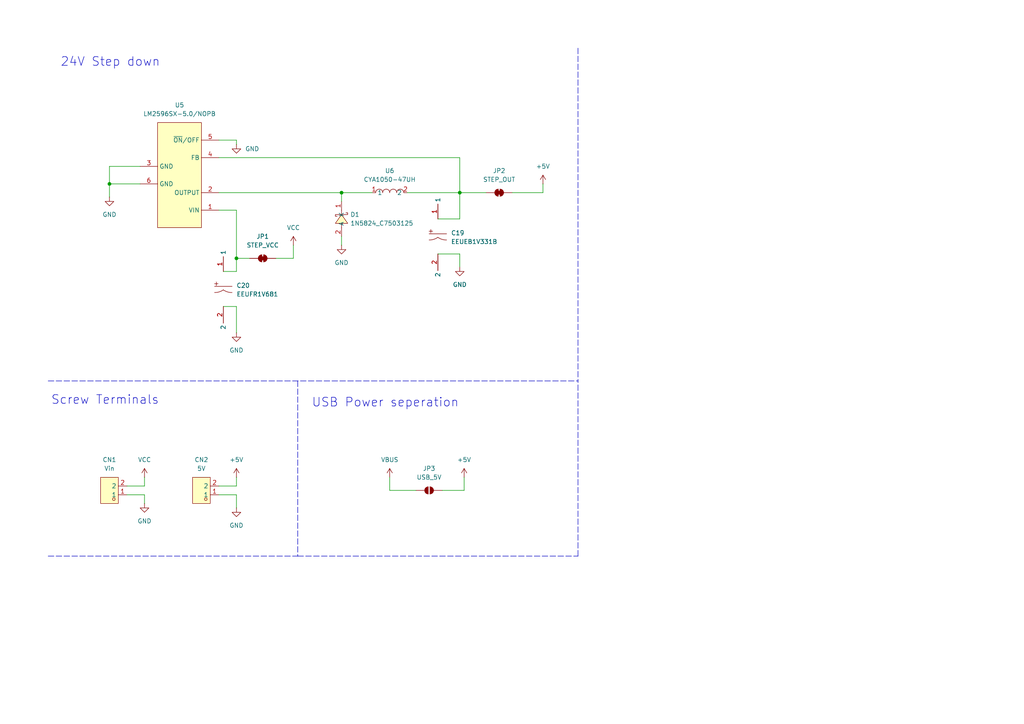
<source format=kicad_sch>
(kicad_sch (version 20250114) (generator "eeschema") (generator_version "9.0")
  (paper "A4")
  (lib_symbols
    (symbol "Jumper:SolderJumper_2_Bridged" (pin_numbers (hide yes)) (pin_names (offset 0) (hide yes)) (in_bom no)
      (property "Reference" "JP" (at 0 2.032 0))
      (property "Value" "SolderJumper_2_Bridged" (at 0 -2.54 0))
      (symbol "SolderJumper_2_Bridged_0_1"
        (rectangle (start -0.508 0.508) (end 0.508 -0.508) (fill (type outline)))
        (polyline (pts (xy -0.254 1.016) (xy -0.254 -1.016)))
        (arc (start -0.254 -1.016) (mid -1.2656 0) (end -0.254 1.016))
        (arc (start -0.254 -1.016) (mid -1.2656 0) (end -0.254 1.016) (fill (type outline)))
        (arc (start 0.254 1.016) (mid 1.2656 0) (end 0.254 -1.016))
        (arc (start 0.254 1.016) (mid 1.2656 0) (end 0.254 -1.016) (fill (type outline)))
        (polyline (pts (xy 0.254 1.016) (xy 0.254 -1.016)))
      )
      (symbol "SolderJumper_2_Bridged_1_1"
        (pin passive line (at -3.81 0 0) (length 2.54) (name "A") (number "1"))
        (pin passive line (at 3.81 0 180) (length 2.54) (name "B") (number "2"))
      )
    )
    (symbol "Jumper:SolderJumper_2_Open" (pin_numbers (hide yes)) (pin_names (offset 0) (hide yes)) (in_bom no)
      (property "Reference" "JP" (at 0 2.032 0))
      (property "Value" "SolderJumper_2_Open" (at 0 -2.54 0))
      (symbol "SolderJumper_2_Open_0_1"
        (polyline (pts (xy -0.254 1.016) (xy -0.254 -1.016)))
        (arc (start -0.254 -1.016) (mid -1.2656 0) (end -0.254 1.016))
        (arc (start -0.254 -1.016) (mid -1.2656 0) (end -0.254 1.016) (fill (type outline)))
        (arc (start 0.254 1.016) (mid 1.2656 0) (end 0.254 -1.016))
        (arc (start 0.254 1.016) (mid 1.2656 0) (end 0.254 -1.016) (fill (type outline)))
        (polyline (pts (xy 0.254 1.016) (xy 0.254 -1.016)))
      )
      (symbol "SolderJumper_2_Open_1_1"
        (pin passive line (at -3.81 0 0) (length 2.54) (name "A") (number "1"))
        (pin passive line (at 3.81 0 180) (length 2.54) (name "B") (number "2"))
      )
    )
    (symbol "easyeda2kicad:1N5824_C7503125"
      (property "Reference" "D" (at 0 5.08 0))
      (property "Value" "1N5824_C7503125" (at 0 -5.08 0))
      (symbol "1N5824_C7503125_0_1"
        (polyline (pts (xy -1.78 1.27) (xy -1.78 1.78) (xy -1.27 1.78) (xy -1.27 -1.78) (xy -0.76 -1.78) (xy -0.76 -1.27)))
        (polyline (pts (xy -1.27 0) (xy -2.54 0)))
        (polyline (pts (xy 1.27 1.78) (xy -1.27 0) (xy 1.27 -1.78) (xy 1.27 1.78)) (fill (type background)))
        (polyline (pts (xy 2.54 0) (xy 1.27 0)))
        (pin unspecified line (at -5.08 0 0) (length 2.54) (name "K") (number "1"))
        (pin unspecified line (at 5.08 0 180) (length 2.54) (name "A") (number "2"))
      )
    )
    (symbol "easyeda2kicad:CYA1050-47UH"
      (property "Reference" "U" (at 0 5.08 0))
      (property "Value" "CYA1050-47UH" (at 0 -5.08 0))
      (symbol "CYA1050-47UH_0_1"
        (arc (start -4.06 -0.01) (mid -2.83 0.99) (end -2.03 0.01))
        (arc (start -2.03 -0.01) (mid -0.8 0.99) (end 0 0.01))
        (arc (start 0 -0.01) (mid 1.23 0.99) (end 2.03 0.01))
        (arc (start 2.03 -0.01) (mid 3.26 0.99) (end 4.06 0.01))
        (pin unspecified line (at -5.08 0 0) (length 1.016) (name "1") (number "1"))
        (pin unspecified line (at 5.08 0 180) (length 1.016) (name "2") (number "2"))
      )
    )
    (symbol "easyeda2kicad:DB128V-5.08-2P-GN-S"
      (property "Reference" "CN" (at 0 6.35 0))
      (property "Value" "DB128V-5.08-2P-GN-S" (at 0 -6.35 0))
      (symbol "DB128V-5.08-2P-GN-S_0_1"
        (rectangle (start -2.54 3.81) (end 2.54 -3.81) (fill (type background)))
        (circle (center -1.27 2.54) (radius 0.38))
        (pin unspecified line (at -5.08 1.27 0) (length 2.54) (name "1") (number "1"))
        (pin unspecified line (at -5.08 -1.27 0) (length 2.54) (name "2") (number "2"))
      )
    )
    (symbol "easyeda2kicad:EEUEB1V331B"
      (property "Reference" "C" (at 0 10.16 0))
      (property "Value" "EEUEB1V331B" (at 0 -10.16 0))
      (symbol "EEUEB1V331B_0_1"
        (rectangle (start -2.54 1.52) (end -1.52 1.52) (fill (type background)))
        (polyline (pts (xy -2.54 0.76) (xy 2.54 0.76)))
        (arc (start 0 -0.25) (mid -1.2064 -0.8447) (end -2.54 -1.02))
        (rectangle (start -2.03 2.03) (end -2.03 1.02) (fill (type background)))
        (arc (start 2.54 -1.02) (mid 1.206 -0.8462) (end 0 -0.25))
        (pin unspecified line (at 0 5.08 90) (length 4.318) (name "1") (number "1"))
        (pin unspecified line (at 0 -5.08 270) (length 4.826) (name "2") (number "2"))
      )
    )
    (symbol "easyeda2kicad:EEUFR1V681"
      (property "Reference" "C" (at 0 10.16 0))
      (property "Value" "EEUFR1V681" (at 0 -10.16 0))
      (symbol "EEUFR1V681_0_1"
        (rectangle (start -2.54 1.52) (end -1.52 1.52) (fill (type background)))
        (polyline (pts (xy -2.54 0.76) (xy 2.54 0.76)))
        (arc (start 0 -0.25) (mid -1.2064 -0.8447) (end -2.54 -1.02))
        (rectangle (start -2.03 2.03) (end -2.03 1.02) (fill (type background)))
        (arc (start 2.54 -1.02) (mid 1.206 -0.8462) (end 0 -0.25))
        (pin unspecified line (at 0 5.08 90) (length 4.318) (name "1") (number "1"))
        (pin unspecified line (at 0 -5.08 270) (length 4.826) (name "2") (number "2"))
      )
    )
    (symbol "easyeda2kicad:LM2596SX-5.0_NOPB"
      (property "Reference" "U" (at 0 15.24 0))
      (property "Value" "LM2596SX-5.0/NOPB" (at 0 -15.24 0))
      (symbol "LM2596SX-5.0_NOPB_0_1"
        (rectangle (start -6.35 15.24) (end 6.35 -15.24) (fill (type background)))
        (pin unspecified line (at -11.43 2.54 0) (length 5.08) (name "GND") (number "3"))
        (pin unspecified line (at -11.43 -2.54 0) (length 5.08) (name "GND") (number "6"))
        (pin unspecified line (at 11.43 10.16 180) (length 5.08) (name "~{ON}/OFF") (number "5"))
        (pin unspecified line (at 11.43 5.08 180) (length 5.08) (name "FB") (number "4"))
        (pin unspecified line (at 11.43 -5.08 180) (length 5.08) (name "OUTPUT") (number "2"))
        (pin unspecified line (at 11.43 -10.16 180) (length 5.08) (name "VIN") (number "1"))
      )
    )
    (symbol "power:+5V" (power) (pin_numbers (hide yes)) (pin_names (offset 0) (hide yes))
      (property "Value" "+5V" (at 0 3.556 0))
      (symbol "+5V_0_1"
        (polyline (pts (xy -0.762 1.27) (xy 0 2.54)))
        (polyline (pts (xy 0 2.54) (xy 0.762 1.27)))
        (polyline (pts (xy 0 0) (xy 0 2.54)))
      )
      (symbol "+5V_1_1"
        (pin power_in line (at 0 0 90) (length 0) (name "~") (number "1"))
      )
    )
    (symbol "power:GND" (power) (pin_numbers (hide yes)) (pin_names (offset 0) (hide yes))
      (property "Value" "GND" (at 0 -3.81 0))
      (symbol "GND_0_1"
        (polyline (pts (xy 0 0) (xy 0 -1.27) (xy 1.27 -1.27) (xy 0 -2.54) (xy -1.27 -1.27) (xy 0 -1.27)))
      )
      (symbol "GND_1_1"
        (pin power_in line (at 0 0 270) (length 0) (name "~") (number "1"))
      )
    )
    (symbol "power:VBUS" (power) (pin_numbers (hide yes)) (pin_names (offset 0) (hide yes))
      (property "Value" "VBUS" (at 0 3.556 0))
      (symbol "VBUS_0_1"
        (polyline (pts (xy -0.762 1.27) (xy 0 2.54)))
        (polyline (pts (xy 0 2.54) (xy 0.762 1.27)))
        (polyline (pts (xy 0 0) (xy 0 2.54)))
      )
      (symbol "VBUS_1_1"
        (pin power_in line (at 0 0 90) (length 0) (name "~") (number "1"))
      )
    )
    (symbol "power:VCC" (power) (pin_numbers (hide yes)) (pin_names (offset 0) (hide yes))
      (property "Value" "VCC" (at 0 3.556 0))
      (symbol "VCC_0_1"
        (polyline (pts (xy -0.762 1.27) (xy 0 2.54)))
        (polyline (pts (xy 0 2.54) (xy 0.762 1.27)))
        (polyline (pts (xy 0 0) (xy 0 2.54)))
      )
      (symbol "VCC_1_1"
        (pin power_in line (at 0 0 90) (length 0) (name "~") (number "1"))
      )
    )
  )
  (text "24V Step down" (at 32.004 18.034 0) (effects (font (size 2.54 2.54))))
  (text "Screw Terminals" (at 30.48 116.078 0) (effects (font (size 2.54 2.54))))
  (text "USB Power seperation" (at 111.76 116.84 0) (effects (font (size 2.54 2.54))))
  (junction (at 31.75 53.34))
  (junction (at 68.58 74.93))
  (junction (at 99.06 55.88))
  (junction (at 133.35 55.88))
  (wire (pts (xy 64.77 88.9) (xy 68.58 88.9)))
  (wire (pts (xy 63.5 55.88) (xy 99.06 55.88)))
  (wire (pts (xy 68.58 143.51) (xy 68.58 147.32)))
  (wire (pts (xy 41.91 138.43) (xy 41.91 140.97)))
  (wire (pts (xy 134.62 142.24) (xy 128.27 142.24)))
  (polyline (pts (xy 167.64 13.97) (xy 167.64 110.49)) (stroke (width 0) (type dash)))
  (wire (pts (xy 113.03 142.24) (xy 113.03 138.43)))
  (wire (pts (xy 118.11 55.88) (xy 133.35 55.88)))
  (polyline (pts (xy 13.97 110.49) (xy 167.64 110.49)) (stroke (width 0) (type dash)))
  (wire (pts (xy 133.35 73.66) (xy 127 73.66)))
  (polyline (pts (xy 86.36 110.49) (xy 86.36 161.29)) (stroke (width 0) (type dash)))
  (wire (pts (xy 85.09 74.93) (xy 80.01 74.93)))
  (wire (pts (xy 134.62 138.43) (xy 134.62 142.24)))
  (wire (pts (xy 68.58 88.9) (xy 68.58 96.52)))
  (wire (pts (xy 63.5 40.64) (xy 68.58 40.64)))
  (wire (pts (xy 157.48 55.88) (xy 148.59 55.88)))
  (wire (pts (xy 85.09 71.12) (xy 85.09 74.93)))
  (wire (pts (xy 63.5 60.96) (xy 68.58 60.96)))
  (wire (pts (xy 127 63.5) (xy 133.35 63.5)))
  (wire (pts (xy 63.5 45.72) (xy 133.35 45.72)))
  (wire (pts (xy 133.35 55.88) (xy 140.97 55.88)))
  (wire (pts (xy 31.75 48.26) (xy 31.75 53.34)))
  (wire (pts (xy 120.65 142.24) (xy 113.03 142.24)))
  (wire (pts (xy 31.75 53.34) (xy 31.75 57.15)))
  (polyline (pts (xy 167.64 161.29) (xy 167.64 110.49)) (stroke (width 0) (type dash)))
  (wire (pts (xy 63.5 143.51) (xy 68.58 143.51)))
  (wire (pts (xy 40.64 48.26) (xy 31.75 48.26)))
  (wire (pts (xy 133.35 63.5) (xy 133.35 55.88)))
  (wire (pts (xy 68.58 78.74) (xy 64.77 78.74)))
  (wire (pts (xy 41.91 143.51) (xy 41.91 146.05)))
  (wire (pts (xy 41.91 140.97) (xy 36.83 140.97)))
  (polyline (pts (xy 13.97 161.29) (xy 86.36 161.29)) (stroke (width 0) (type dash)))
  (wire (pts (xy 36.83 143.51) (xy 41.91 143.51)))
  (wire (pts (xy 68.58 60.96) (xy 68.58 74.93)))
  (wire (pts (xy 68.58 74.93) (xy 68.58 78.74)))
  (wire (pts (xy 99.06 71.12) (xy 99.06 68.58)))
  (wire (pts (xy 63.5 140.97) (xy 68.58 140.97)))
  (wire (pts (xy 68.58 138.43) (xy 68.58 140.97)))
  (wire (pts (xy 157.48 53.34) (xy 157.48 55.88)))
  (wire (pts (xy 68.58 40.64) (xy 68.58 41.91)))
  (wire (pts (xy 99.06 55.88) (xy 107.95 55.88)))
  (wire (pts (xy 68.58 74.93) (xy 72.39 74.93)))
  (wire (pts (xy 40.64 53.34) (xy 31.75 53.34)))
  (wire (pts (xy 133.35 45.72) (xy 133.35 55.88)))
  (wire (pts (xy 99.06 55.88) (xy 99.06 58.42)))
  (wire (pts (xy 133.35 77.47) (xy 133.35 73.66)))
  (polyline (pts (xy 86.36 161.29) (xy 167.64 161.29)) (stroke (width 0) (type dash)))
  (symbol (lib_id "easyeda2kicad:EEUFR1V681") (at 64.77 83.82 0) (unit 1)
    (property "Reference" "C20" (at 68.58 82.8039 0) (effects (justify left)))
    (property "Value" "EEUFR1V681" (at 68.58 85.3439 0) (effects (justify left)))
    (property "Footprint" "easyeda2kicad:CAP-TH_BD10.0-P5.00-D1.0-FD" (effects (hide yes)))
    (property "Datasheet" "https://lcsc.com/product-detail/Others_PANASONIC_EEUFR1V681_PANASONIC-EEUFR1V681_C178718.html" (effects (hide yes)))
    (property "LCSC Part" "C178718" (effects (hide yes)))
  )
  (symbol (lib_id "power:+5V") (at 68.58 138.43 0) (unit 1)
    (property "Reference" "#PWR027" (effects (hide yes)))
    (property "Value" "+5V" (at 68.58 133.35 0))
    (property "Description" "Power symbol creates a global label with name \"+5V\"" (effects (hide yes)))
  )
  (symbol (lib_id "easyeda2kicad:EEUEB1V331B") (at 127 68.58 0) (unit 1)
    (property "Reference" "C19" (at 130.81 67.5639 0) (effects (justify left)))
    (property "Value" "EEUEB1V331B" (at 130.81 70.1039 0) (effects (justify left)))
    (property "Footprint" "easyeda2kicad:CAP-TH_BD10.0-P5.00-D1.0-FD" (effects (hide yes)))
    (property "Datasheet" "https://lcsc.com/product-detail/Others_PANASONIC_EEUEB1V331B_PANASONIC-EEUEB1V331B_C242140.html" (effects (hide yes)))
    (property "LCSC Part" "C242140" (effects (hide yes)))
  )
  (symbol (lib_id "easyeda2kicad:LM2596SX-5.0_NOPB") (at 52.07 50.8 0) (unit 1)
    (property "Reference" "U5" (at 52.07 30.48 0))
    (property "Value" "LM2596SX-5.0/NOPB" (at 52.07 33.02 0))
    (property "Footprint" "easyeda2kicad:TO-263-5_L10.2-W8.9-P1.70-TL" (effects (hide yes)))
    (property "Datasheet" "https://lcsc.com/product-detail/DC-DC-Converters_TI_LM2596SX-5-0-NOPB_LM2596SX-5-0-NOPB_C10002.html" (effects (hide yes)))
    (property "LCSC Part" "C10002" (effects (hide yes)))
  )
  (symbol (lib_id "power:GND") (at 68.58 147.32 0) (unit 1)
    (property "Reference" "#PWR026" (effects (hide yes)))
    (property "Value" "GND" (at 68.58 152.4 0))
    (property "Description" "Power symbol creates a global label with name \"GND\" , ground" (effects (hide yes)))
  )
  (symbol (lib_id "power:GND") (at 41.91 146.05 0) (unit 1)
    (property "Reference" "#PWR025" (effects (hide yes)))
    (property "Value" "GND" (at 41.91 151.13 0))
    (property "Description" "Power symbol creates a global label with name \"GND\" , ground" (effects (hide yes)))
  )
  (symbol (lib_id "power:+5V") (at 134.62 138.43 0) (unit 1)
    (property "Reference" "#PWR039" (effects (hide yes)))
    (property "Value" "+5V" (at 134.62 133.35 0))
    (property "Description" "Power symbol creates a global label with name \"+5V\"" (effects (hide yes)))
  )
  (symbol (lib_id "easyeda2kicad:DB128V-5.08-2P-GN-S") (at 58.42 142.24 180) (unit 1)
    (property "Reference" "CN2" (at 58.42 133.35 0))
    (property "Value" "5V" (at 58.42 135.89 0))
    (property "Footprint" "easyeda2kicad:CONN-TH_2P-P5.08_DIBO_DB128V-5.08" (effects (hide yes)))
    (property "LCSC Part" "C2915639" (effects (hide yes)))
  )
  (symbol (lib_id "power:VCC") (at 41.91 138.43 0) (unit 1)
    (property "Reference" "#PWR028" (effects (hide yes)))
    (property "Value" "VCC" (at 41.91 133.35 0))
    (property "Description" "Power symbol creates a global label with name \"VCC\"" (effects (hide yes)))
  )
  (symbol (lib_id "power:GND") (at 99.06 71.12 0) (unit 1)
    (property "Reference" "#PWR031" (effects (hide yes)))
    (property "Value" "GND" (at 99.06 76.2 0))
    (property "Description" "Power symbol creates a global label with name \"GND\" , ground" (effects (hide yes)))
  )
  (symbol (lib_id "power:GND") (at 68.58 41.91 0) (unit 1)
    (property "Reference" "#PWR023" (effects (hide yes)))
    (property "Value" "GND" (at 73.152 43.18 0))
    (property "Description" "Power symbol creates a global label with name \"GND\" , ground" (effects (hide yes)))
  )
  (symbol (lib_id "Jumper:SolderJumper_2_Open") (at 124.46 142.24 0) (unit 1) (in_bom no)
    (property "Reference" "JP3" (at 124.46 135.89 0))
    (property "Value" "USB_5V" (at 124.46 138.43 0))
    (property "Footprint" "Jumper:SolderJumper-2_P1.3mm_Open_RoundedPad1.0x1.5mm" (effects (hide yes)))
    (property "Description" "Solder Jumper, 2-pole, open" (effects (hide yes)))
  )
  (symbol (lib_id "Jumper:SolderJumper_2_Bridged") (at 76.2 74.93 0) (unit 1) (in_bom no)
    (property "Reference" "JP1" (at 76.2 68.58 0))
    (property "Value" "STEP_VCC" (at 76.2 71.12 0))
    (property "Footprint" "Jumper:SolderJumper-2_P1.3mm_Bridged2Bar_RoundedPad1.0x1.5mm" (effects (hide yes)))
    (property "Description" "Solder Jumper, 2-pole, closed/bridged" (effects (hide yes)))
  )
  (symbol (lib_id "power:VCC") (at 85.09 71.12 0) (unit 1)
    (property "Reference" "#PWR030" (effects (hide yes)))
    (property "Value" "VCC" (at 85.09 66.04 0))
    (property "Description" "Power symbol creates a global label with name \"VCC\"" (effects (hide yes)))
  )
  (symbol (lib_id "power:GND") (at 133.35 77.47 0) (unit 1)
    (property "Reference" "#PWR032" (effects (hide yes)))
    (property "Value" "GND" (at 133.35 82.55 0))
    (property "Description" "Power symbol creates a global label with name \"GND\" , ground" (effects (hide yes)))
  )
  (symbol (lib_id "Jumper:SolderJumper_2_Bridged") (at 144.78 55.88 0) (unit 1) (in_bom no)
    (property "Reference" "JP2" (at 144.78 49.53 0))
    (property "Value" "STEP_OUT" (at 144.78 52.07 0))
    (property "Footprint" "Jumper:SolderJumper-2_P1.3mm_Bridged2Bar_RoundedPad1.0x1.5mm" (effects (hide yes)))
    (property "Description" "Solder Jumper, 2-pole, closed/bridged" (effects (hide yes)))
  )
  (symbol (lib_id "power:GND") (at 31.75 57.15 0) (unit 1)
    (property "Reference" "#PWR024" (effects (hide yes)))
    (property "Value" "GND" (at 31.75 62.23 0))
    (property "Description" "Power symbol creates a global label with name \"GND\" , ground" (effects (hide yes)))
  )
  (symbol (lib_id "power:GND") (at 68.58 96.52 0) (unit 1)
    (property "Reference" "#PWR029" (effects (hide yes)))
    (property "Value" "GND" (at 68.58 101.6 0))
    (property "Description" "Power symbol creates a global label with name \"GND\" , ground" (effects (hide yes)))
  )
  (symbol (lib_id "easyeda2kicad:CYA1050-47UH") (at 113.03 55.88 0) (unit 1)
    (property "Reference" "U6" (at 113.03 49.53 0))
    (property "Value" "CYA1050-47UH" (at 113.03 52.07 0))
    (property "Footprint" "easyeda2kicad:IND-SMD_L11.6-W10.1" (effects (hide yes)))
    (property "LCSC Part" "C7529419" (effects (hide yes)))
  )
  (symbol (lib_id "power:VBUS") (at 113.03 138.43 0) (unit 1)
    (property "Reference" "#PWR040" (effects (hide yes)))
    (property "Value" "VBUS" (at 113.03 133.35 0))
    (property "Description" "Power symbol creates a global label with name \"VBUS\"" (effects (hide yes)))
  )
  (symbol (lib_id "easyeda2kicad:1N5824_C7503125") (at 99.06 63.5 270) (unit 1)
    (property "Reference" "D1" (at 101.6 62.2299 90) (effects (justify left)))
    (property "Value" "1N5824_C7503125" (at 101.6 64.7699 90) (effects (justify left)))
    (property "Footprint" "easyeda2kicad:DO-27_BD5.3-L8.4-P12.40-D1.3-RD" (effects (hide yes)))
    (property "LCSC Part" "C7503125" (effects (hide yes)))
  )
  (symbol (lib_id "easyeda2kicad:DB128V-5.08-2P-GN-S") (at 31.75 142.24 180) (unit 1)
    (property "Reference" "CN1" (at 31.75 133.35 0))
    (property "Value" "Vin" (at 31.75 135.89 0))
    (property "Footprint" "easyeda2kicad:CONN-TH_2P-P5.08_DIBO_DB128V-5.08" (effects (hide yes)))
    (property "LCSC Part" "C2915639" (effects (hide yes)))
  )
  (symbol (lib_id "power:+5V") (at 157.48 53.34 0) (unit 1)
    (property "Reference" "#PWR033" (effects (hide yes)))
    (property "Value" "+5V" (at 157.48 48.26 0))
    (property "Description" "Power symbol creates a global label with name \"+5V\"" (effects (hide yes)))
  )
)
</source>
